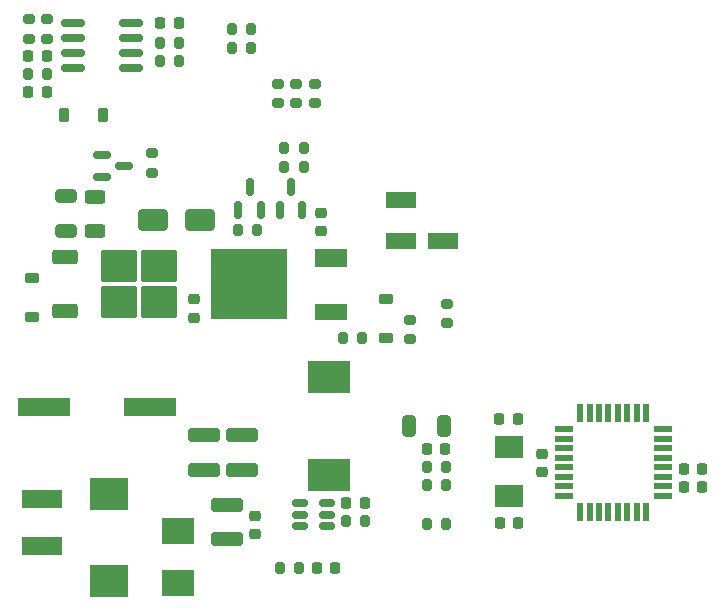
<source format=gtp>
G04 #@! TF.GenerationSoftware,KiCad,Pcbnew,7.0.9*
G04 #@! TF.CreationDate,2024-10-07T21:11:22-04:00*
G04 #@! TF.ProjectId,T12 soldering station,54313220-736f-46c6-9465-72696e672073,rev?*
G04 #@! TF.SameCoordinates,Original*
G04 #@! TF.FileFunction,Paste,Top*
G04 #@! TF.FilePolarity,Positive*
%FSLAX46Y46*%
G04 Gerber Fmt 4.6, Leading zero omitted, Abs format (unit mm)*
G04 Created by KiCad (PCBNEW 7.0.9) date 2024-10-07 21:11:22*
%MOMM*%
%LPD*%
G01*
G04 APERTURE LIST*
G04 Aperture macros list*
%AMRoundRect*
0 Rectangle with rounded corners*
0 $1 Rounding radius*
0 $2 $3 $4 $5 $6 $7 $8 $9 X,Y pos of 4 corners*
0 Add a 4 corners polygon primitive as box body*
4,1,4,$2,$3,$4,$5,$6,$7,$8,$9,$2,$3,0*
0 Add four circle primitives for the rounded corners*
1,1,$1+$1,$2,$3*
1,1,$1+$1,$4,$5*
1,1,$1+$1,$6,$7*
1,1,$1+$1,$8,$9*
0 Add four rect primitives between the rounded corners*
20,1,$1+$1,$2,$3,$4,$5,0*
20,1,$1+$1,$4,$5,$6,$7,0*
20,1,$1+$1,$6,$7,$8,$9,0*
20,1,$1+$1,$8,$9,$2,$3,0*%
G04 Aperture macros list end*
%ADD10R,2.500000X1.400000*%
%ADD11RoundRect,0.225000X-0.225000X-0.250000X0.225000X-0.250000X0.225000X0.250000X-0.225000X0.250000X0*%
%ADD12RoundRect,0.200000X0.200000X0.275000X-0.200000X0.275000X-0.200000X-0.275000X0.200000X-0.275000X0*%
%ADD13RoundRect,0.250000X-1.000000X-0.650000X1.000000X-0.650000X1.000000X0.650000X-1.000000X0.650000X0*%
%ADD14RoundRect,0.225000X-0.375000X0.225000X-0.375000X-0.225000X0.375000X-0.225000X0.375000X0.225000X0*%
%ADD15R,4.500000X1.650000*%
%ADD16RoundRect,0.250000X-1.100000X0.325000X-1.100000X-0.325000X1.100000X-0.325000X1.100000X0.325000X0*%
%ADD17RoundRect,0.225000X0.225000X0.250000X-0.225000X0.250000X-0.225000X-0.250000X0.225000X-0.250000X0*%
%ADD18RoundRect,0.200000X-0.200000X-0.275000X0.200000X-0.275000X0.200000X0.275000X-0.200000X0.275000X0*%
%ADD19RoundRect,0.150000X-0.512500X-0.150000X0.512500X-0.150000X0.512500X0.150000X-0.512500X0.150000X0*%
%ADD20RoundRect,0.250000X-0.650000X0.325000X-0.650000X-0.325000X0.650000X-0.325000X0.650000X0.325000X0*%
%ADD21RoundRect,0.200000X0.275000X-0.200000X0.275000X0.200000X-0.275000X0.200000X-0.275000X-0.200000X0*%
%ADD22RoundRect,0.225000X0.250000X-0.225000X0.250000X0.225000X-0.250000X0.225000X-0.250000X-0.225000X0*%
%ADD23RoundRect,0.150000X-0.825000X-0.150000X0.825000X-0.150000X0.825000X0.150000X-0.825000X0.150000X0*%
%ADD24RoundRect,0.225000X-0.250000X0.225000X-0.250000X-0.225000X0.250000X-0.225000X0.250000X0.225000X0*%
%ADD25R,3.600000X2.700000*%
%ADD26RoundRect,0.225000X0.225000X0.375000X-0.225000X0.375000X-0.225000X-0.375000X0.225000X-0.375000X0*%
%ADD27RoundRect,0.250000X-0.850000X-0.350000X0.850000X-0.350000X0.850000X0.350000X-0.850000X0.350000X0*%
%ADD28RoundRect,0.250000X-1.275000X-1.125000X1.275000X-1.125000X1.275000X1.125000X-1.275000X1.125000X0*%
%ADD29RoundRect,0.150000X0.150000X-0.587500X0.150000X0.587500X-0.150000X0.587500X-0.150000X-0.587500X0*%
%ADD30RoundRect,0.250000X-0.325000X-0.650000X0.325000X-0.650000X0.325000X0.650000X-0.325000X0.650000X0*%
%ADD31RoundRect,0.250000X1.100000X-0.325000X1.100000X0.325000X-1.100000X0.325000X-1.100000X-0.325000X0*%
%ADD32RoundRect,0.200000X-0.275000X0.200000X-0.275000X-0.200000X0.275000X-0.200000X0.275000X0.200000X0*%
%ADD33R,2.800000X1.500000*%
%ADD34R,6.500000X6.000000*%
%ADD35R,2.800000X1.350000*%
%ADD36R,1.500000X0.550000*%
%ADD37R,0.550000X1.500000*%
%ADD38R,3.500000X1.649000*%
%ADD39RoundRect,0.150000X-0.587500X-0.150000X0.587500X-0.150000X0.587500X0.150000X-0.587500X0.150000X0*%
%ADD40RoundRect,0.225000X0.375000X-0.225000X0.375000X0.225000X-0.375000X0.225000X-0.375000X-0.225000X0*%
%ADD41R,2.740000X2.160000*%
%ADD42R,3.300000X2.700000*%
%ADD43R,2.400000X1.900000*%
%ADD44RoundRect,0.250000X-0.625000X0.312500X-0.625000X-0.312500X0.625000X-0.312500X0.625000X0.312500X0*%
G04 APERTURE END LIST*
D10*
X148590000Y-122529600D03*
X152146000Y-122529600D03*
X148590000Y-119126000D03*
D11*
X141478000Y-150215600D03*
X143028000Y-150215600D03*
D12*
X140374000Y-116256800D03*
X138724000Y-116256800D03*
D13*
X127643000Y-120827800D03*
X131643000Y-120827800D03*
D14*
X117398800Y-125705600D03*
X117398800Y-129005600D03*
D15*
X127385200Y-136652000D03*
X118385200Y-136652000D03*
D16*
X131927600Y-139012400D03*
X131927600Y-141962400D03*
D17*
X129794000Y-104140000D03*
X128244000Y-104140000D03*
D18*
X134303000Y-104648000D03*
X135953000Y-104648000D03*
D19*
X140055600Y-144779600D03*
X140055600Y-145729600D03*
X140055600Y-146679600D03*
X142330600Y-146679600D03*
X142330600Y-145729600D03*
X142330600Y-144779600D03*
D17*
X174134000Y-143377000D03*
X172584000Y-143377000D03*
D12*
X140372600Y-114706400D03*
X138722600Y-114706400D03*
D11*
X156959000Y-137632000D03*
X158509000Y-137632000D03*
D20*
X120269000Y-118794000D03*
X120269000Y-121744000D03*
D21*
X139750800Y-110908600D03*
X139750800Y-109258600D03*
D12*
X145351000Y-130810000D03*
X143701000Y-130810000D03*
D22*
X131064000Y-129045000D03*
X131064000Y-127495000D03*
D23*
X120842000Y-104140000D03*
X120842000Y-105410000D03*
X120842000Y-106680000D03*
X120842000Y-107950000D03*
X125792000Y-107950000D03*
X125792000Y-106680000D03*
X125792000Y-105410000D03*
X125792000Y-104140000D03*
D24*
X160553400Y-140576000D03*
X160553400Y-142126000D03*
D18*
X150813000Y-146558000D03*
X152463000Y-146558000D03*
X134303000Y-106235000D03*
X135953000Y-106235000D03*
D16*
X135204200Y-139012400D03*
X135204200Y-141962400D03*
D25*
X142544800Y-142417800D03*
X142544800Y-134117800D03*
D22*
X136296400Y-147409200D03*
X136296400Y-145859200D03*
D12*
X152437600Y-141706600D03*
X150787600Y-141706600D03*
D18*
X138380000Y-150215600D03*
X140030000Y-150215600D03*
D26*
X123391200Y-111861600D03*
X120091200Y-111861600D03*
D11*
X117081000Y-106908600D03*
X118631000Y-106908600D03*
D27*
X120142000Y-123952000D03*
D28*
X124767000Y-124707000D03*
X124767000Y-127757000D03*
X128117000Y-124707000D03*
X128117000Y-127757000D03*
D27*
X120142000Y-128512000D03*
D21*
X127508000Y-116776000D03*
X127508000Y-115126000D03*
D11*
X157009800Y-146471200D03*
X158559800Y-146471200D03*
D29*
X134863800Y-119908800D03*
X136763800Y-119908800D03*
X135813800Y-118033800D03*
D17*
X174146400Y-141903800D03*
X172596400Y-141903800D03*
D30*
X149324800Y-138226800D03*
X152274800Y-138226800D03*
D17*
X152387600Y-140182600D03*
X150837600Y-140182600D03*
D31*
X133858000Y-147829800D03*
X133858000Y-144879800D03*
D32*
X152552400Y-127863600D03*
X152552400Y-129513600D03*
D33*
X142723000Y-123968000D03*
D34*
X135763000Y-126238000D03*
D35*
X142723000Y-128548000D03*
D22*
X141833600Y-121717400D03*
X141833600Y-120167400D03*
D18*
X143929600Y-146278600D03*
X145579600Y-146278600D03*
D36*
X162389600Y-138519600D03*
X162389600Y-139319600D03*
X162389600Y-140119600D03*
X162389600Y-140919600D03*
X162389600Y-141719600D03*
X162389600Y-142519600D03*
X162389600Y-143319600D03*
X162389600Y-144119600D03*
D37*
X163789600Y-145519600D03*
X164589600Y-145519600D03*
X165389600Y-145519600D03*
X166189600Y-145519600D03*
X166989600Y-145519600D03*
X167789600Y-145519600D03*
X168589600Y-145519600D03*
X169389600Y-145519600D03*
D36*
X170789600Y-144119600D03*
X170789600Y-143319600D03*
X170789600Y-142519600D03*
X170789600Y-141719600D03*
X170789600Y-140919600D03*
X170789600Y-140119600D03*
X170789600Y-139319600D03*
X170789600Y-138519600D03*
D37*
X169389600Y-137119600D03*
X168589600Y-137119600D03*
X167789600Y-137119600D03*
X166989600Y-137119600D03*
X166189600Y-137119600D03*
X165389600Y-137119600D03*
X164589600Y-137119600D03*
X163789600Y-137119600D03*
D38*
X118211600Y-148349900D03*
X118211600Y-144410900D03*
D12*
X129857000Y-107315000D03*
X128207000Y-107315000D03*
D32*
X118618000Y-103797600D03*
X118618000Y-105447600D03*
D17*
X118618000Y-109982000D03*
X117068000Y-109982000D03*
D21*
X138176000Y-110920800D03*
X138176000Y-109270800D03*
D29*
X138369000Y-119908800D03*
X140269000Y-119908800D03*
X139319000Y-118033800D03*
D12*
X129857000Y-105791000D03*
X128207000Y-105791000D03*
D18*
X117018800Y-108458000D03*
X118668800Y-108458000D03*
D11*
X143992600Y-144780000D03*
X145542600Y-144780000D03*
D18*
X134785600Y-121640600D03*
X136435600Y-121640600D03*
D39*
X123268500Y-115255000D03*
X123268500Y-117155000D03*
X125143500Y-116205000D03*
D40*
X147320000Y-130809000D03*
X147320000Y-127509000D03*
D41*
X129743200Y-147116800D03*
X129743200Y-151536800D03*
D32*
X117094000Y-103797600D03*
X117094000Y-105447600D03*
X149352000Y-129223000D03*
X149352000Y-130873000D03*
D42*
X123901200Y-151391200D03*
X123901200Y-144011200D03*
D32*
X141325600Y-109258600D03*
X141325600Y-110908600D03*
D43*
X157784800Y-144119600D03*
X157784800Y-140019600D03*
D18*
X150787600Y-143230600D03*
X152437600Y-143230600D03*
D44*
X122682000Y-118806500D03*
X122682000Y-121731500D03*
M02*

</source>
